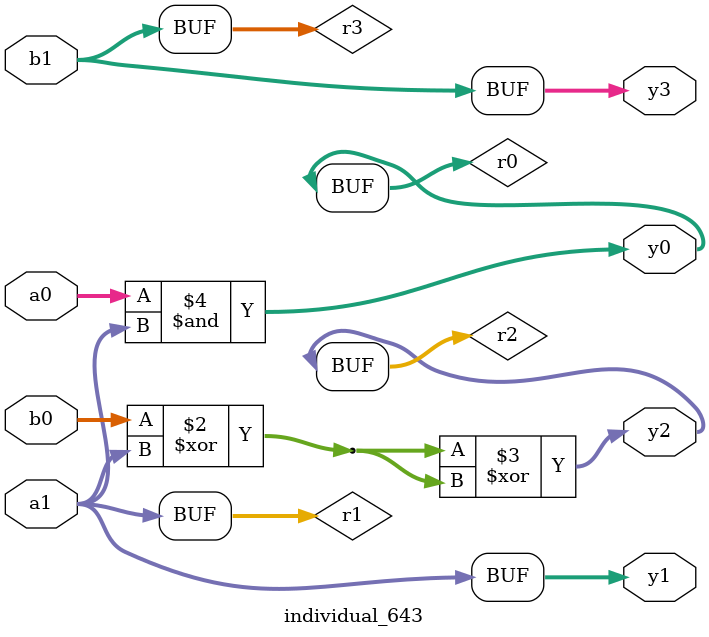
<source format=sv>
module individual_643(input logic [15:0] a1, input logic [15:0] a0, input logic [15:0] b1, input logic [15:0] b0, output logic [15:0] y3, output logic [15:0] y2, output logic [15:0] y1, output logic [15:0] y0);
logic [15:0] r0, r1, r2, r3; 
 always@(*) begin 
	 r0 = a0; r1 = a1; r2 = b0; r3 = b1; 
 	 r2  ^=  r1 ;
 	 r2  ^=  r2 ;
 	 r0  &=  a1 ;
 	 y3 = r3; y2 = r2; y1 = r1; y0 = r0; 
end
endmodule
</source>
